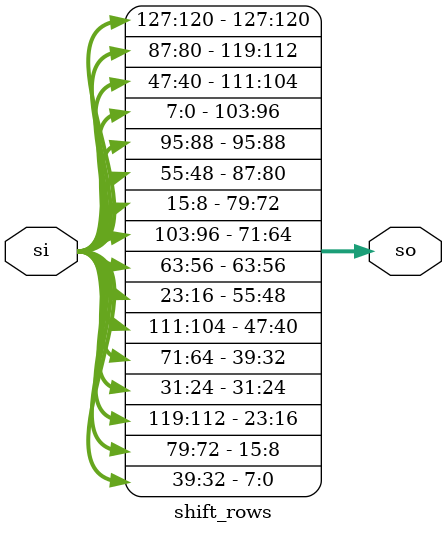
<source format=v>

module shift_rows (
	si, so 
);
 
input	[127:0]	si;
output	[127:0]	so;
 
wire [127:0] so;

assign so[127:96] = {si[127:120],si[87:80],si[47:40],si[7:0]};
assign so[95:64] = {si[95:88],si[55:48],si[15:8],si[103:96]};
assign so[63:32] = {si[63:56],si[23:16],si[111:104],si[71:64]};
assign so[31:0] = {si[31:24],si[119:112],si[79:72],si[39:32]};

endmodule

</source>
